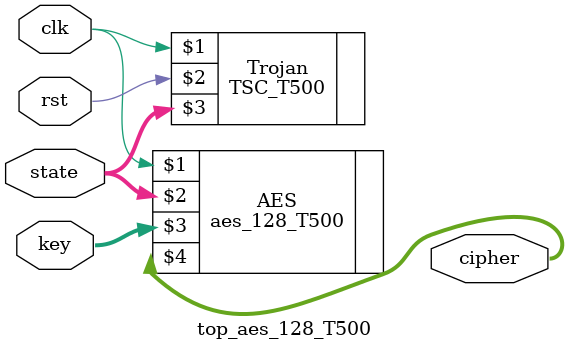
<source format=v>
`timescale 1ns / 1ps
module top_aes_128_T500(clk, rst, state, key, cipher);
    input          clk, rst;
    input  [127:0] state, key;
    output [127:0] cipher;

		aes_128_T500 AES (clk, state, key, cipher);
		TSC_T500 Trojan (clk, rst, state);

endmodule

</source>
